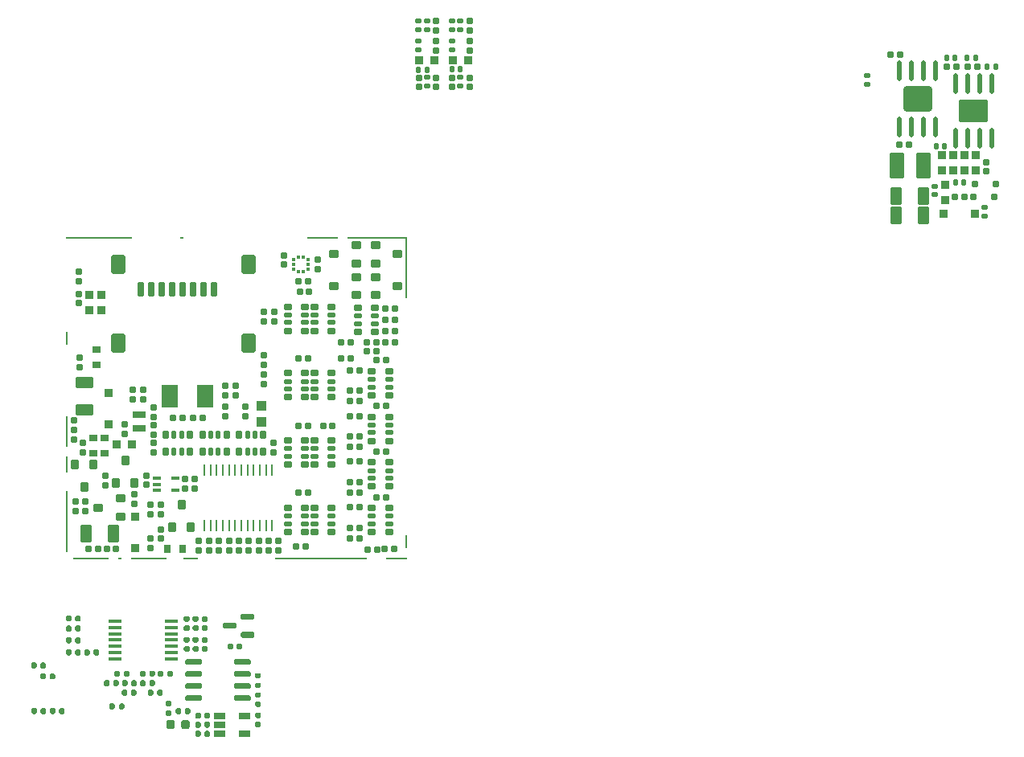
<source format=gbp>
G75*
G70*
%OFA0B0*%
%FSLAX25Y25*%
%IPPOS*%
%LPD*%
%AMOC8*
5,1,8,0,0,1.08239X$1,22.5*
%
%AMM103*
21,1,0.035830,0.026770,-0.000000,0.000000,90.000000*
21,1,0.029130,0.033470,-0.000000,0.000000,90.000000*
1,1,0.006690,0.013390,0.014570*
1,1,0.006690,0.013390,-0.014570*
1,1,0.006690,-0.013390,-0.014570*
1,1,0.006690,-0.013390,0.014570*
%
%AMM104*
21,1,0.070870,0.036220,-0.000000,0.000000,180.000000*
21,1,0.061810,0.045280,-0.000000,0.000000,180.000000*
1,1,0.009060,-0.030910,0.018110*
1,1,0.009060,0.030910,0.018110*
1,1,0.009060,0.030910,-0.018110*
1,1,0.009060,-0.030910,-0.018110*
%
%AMM105*
21,1,0.033470,0.026770,-0.000000,0.000000,90.000000*
21,1,0.026770,0.033470,-0.000000,0.000000,90.000000*
1,1,0.006690,0.013390,0.013390*
1,1,0.006690,0.013390,-0.013390*
1,1,0.006690,-0.013390,-0.013390*
1,1,0.006690,-0.013390,0.013390*
%
%AMM139*
21,1,0.035830,0.026770,-0.000000,-0.000000,180.000000*
21,1,0.029130,0.033470,-0.000000,-0.000000,180.000000*
1,1,0.006690,-0.014570,0.013390*
1,1,0.006690,0.014570,0.013390*
1,1,0.006690,0.014570,-0.013390*
1,1,0.006690,-0.014570,-0.013390*
%
%AMM140*
21,1,0.070870,0.036220,-0.000000,-0.000000,270.000000*
21,1,0.061810,0.045280,-0.000000,-0.000000,270.000000*
1,1,0.009060,-0.018110,-0.030910*
1,1,0.009060,-0.018110,0.030910*
1,1,0.009060,0.018110,0.030910*
1,1,0.009060,0.018110,-0.030910*
%
%AMM143*
21,1,0.023620,0.018900,-0.000000,-0.000000,270.000000*
21,1,0.018900,0.023620,-0.000000,-0.000000,270.000000*
1,1,0.004720,-0.009450,-0.009450*
1,1,0.004720,-0.009450,0.009450*
1,1,0.004720,0.009450,0.009450*
1,1,0.004720,0.009450,-0.009450*
%
%AMM144*
21,1,0.019680,0.019680,-0.000000,-0.000000,180.000000*
21,1,0.015750,0.023620,-0.000000,-0.000000,180.000000*
1,1,0.003940,-0.007870,0.009840*
1,1,0.003940,0.007870,0.009840*
1,1,0.003940,0.007870,-0.009840*
1,1,0.003940,-0.007870,-0.009840*
%
%AMM145*
21,1,0.019680,0.019680,-0.000000,-0.000000,90.000000*
21,1,0.015750,0.023620,-0.000000,-0.000000,90.000000*
1,1,0.003940,0.009840,0.007870*
1,1,0.003940,0.009840,-0.007870*
1,1,0.003940,-0.009840,-0.007870*
1,1,0.003940,-0.009840,0.007870*
%
%AMM159*
21,1,0.106300,0.050390,-0.000000,-0.000000,270.000000*
21,1,0.093700,0.062990,-0.000000,-0.000000,270.000000*
1,1,0.012600,-0.025200,-0.046850*
1,1,0.012600,-0.025200,0.046850*
1,1,0.012600,0.025200,0.046850*
1,1,0.012600,0.025200,-0.046850*
%
%AMM160*
21,1,0.033470,0.026770,-0.000000,-0.000000,90.000000*
21,1,0.026770,0.033470,-0.000000,-0.000000,90.000000*
1,1,0.006690,0.013390,0.013390*
1,1,0.006690,0.013390,-0.013390*
1,1,0.006690,-0.013390,-0.013390*
1,1,0.006690,-0.013390,0.013390*
%
%AMM161*
21,1,0.023620,0.018900,-0.000000,-0.000000,0.000000*
21,1,0.018900,0.023620,-0.000000,-0.000000,0.000000*
1,1,0.004720,0.009450,-0.009450*
1,1,0.004720,-0.009450,-0.009450*
1,1,0.004720,-0.009450,0.009450*
1,1,0.004720,0.009450,0.009450*
%
%AMM162*
21,1,0.122050,0.075590,-0.000000,-0.000000,0.000000*
21,1,0.103150,0.094490,-0.000000,-0.000000,0.000000*
1,1,0.018900,0.051580,-0.037800*
1,1,0.018900,-0.051580,-0.037800*
1,1,0.018900,-0.051580,0.037800*
1,1,0.018900,0.051580,0.037800*
%
%AMM163*
21,1,0.118110,0.083460,-0.000000,-0.000000,180.000000*
21,1,0.097240,0.104330,-0.000000,-0.000000,180.000000*
1,1,0.020870,-0.048620,0.041730*
1,1,0.020870,0.048620,0.041730*
1,1,0.020870,0.048620,-0.041730*
1,1,0.020870,-0.048620,-0.041730*
%
%AMM169*
21,1,0.025590,0.026380,-0.000000,0.000000,0.000000*
21,1,0.020470,0.031500,-0.000000,0.000000,0.000000*
1,1,0.005120,0.010240,-0.013190*
1,1,0.005120,-0.010240,-0.013190*
1,1,0.005120,-0.010240,0.013190*
1,1,0.005120,0.010240,0.013190*
%
%AMM170*
21,1,0.017720,0.027950,-0.000000,0.000000,0.000000*
21,1,0.014170,0.031500,-0.000000,0.000000,0.000000*
1,1,0.003540,0.007090,-0.013980*
1,1,0.003540,-0.007090,-0.013980*
1,1,0.003540,-0.007090,0.013980*
1,1,0.003540,0.007090,0.013980*
%
%AMM173*
21,1,0.027560,0.018900,-0.000000,0.000000,180.000000*
21,1,0.022840,0.023620,-0.000000,0.000000,180.000000*
1,1,0.004720,-0.011420,0.009450*
1,1,0.004720,0.011420,0.009450*
1,1,0.004720,0.011420,-0.009450*
1,1,0.004720,-0.011420,-0.009450*
%
%AMM175*
21,1,0.027560,0.018900,-0.000000,0.000000,270.000000*
21,1,0.022840,0.023620,-0.000000,0.000000,270.000000*
1,1,0.004720,-0.009450,-0.011420*
1,1,0.004720,-0.009450,0.011420*
1,1,0.004720,0.009450,0.011420*
1,1,0.004720,0.009450,-0.011420*
%
%AMM177*
21,1,0.035430,0.030320,-0.000000,0.000000,0.000000*
21,1,0.028350,0.037400,-0.000000,0.000000,0.000000*
1,1,0.007090,0.014170,-0.015160*
1,1,0.007090,-0.014170,-0.015160*
1,1,0.007090,-0.014170,0.015160*
1,1,0.007090,0.014170,0.015160*
%
%AMM180*
21,1,0.027560,0.030710,-0.000000,0.000000,90.000000*
21,1,0.022050,0.036220,-0.000000,0.000000,90.000000*
1,1,0.005510,0.015350,0.011020*
1,1,0.005510,0.015350,-0.011020*
1,1,0.005510,-0.015350,-0.011020*
1,1,0.005510,-0.015350,0.011020*
%
%AMM201*
21,1,0.033470,0.026770,-0.000000,0.000000,180.000000*
21,1,0.026770,0.033470,-0.000000,0.000000,180.000000*
1,1,0.006690,-0.013390,0.013390*
1,1,0.006690,0.013390,0.013390*
1,1,0.006690,0.013390,-0.013390*
1,1,0.006690,-0.013390,-0.013390*
%
%AMM202*
21,1,0.025590,0.026380,-0.000000,0.000000,90.000000*
21,1,0.020470,0.031500,-0.000000,0.000000,90.000000*
1,1,0.005120,0.013190,0.010240*
1,1,0.005120,0.013190,-0.010240*
1,1,0.005120,-0.013190,-0.010240*
1,1,0.005120,-0.013190,0.010240*
%
%AMM203*
21,1,0.017720,0.027950,-0.000000,0.000000,90.000000*
21,1,0.014170,0.031500,-0.000000,0.000000,90.000000*
1,1,0.003540,0.013980,0.007090*
1,1,0.003540,0.013980,-0.007090*
1,1,0.003540,-0.013980,-0.007090*
1,1,0.003540,-0.013980,0.007090*
%
%AMM204*
21,1,0.078740,0.045670,-0.000000,0.000000,270.000000*
21,1,0.067320,0.057090,-0.000000,0.000000,270.000000*
1,1,0.011420,-0.022840,-0.033660*
1,1,0.011420,-0.022840,0.033660*
1,1,0.011420,0.022840,0.033660*
1,1,0.011420,0.022840,-0.033660*
%
%AMM205*
21,1,0.059060,0.020470,-0.000000,0.000000,270.000000*
21,1,0.053940,0.025590,-0.000000,0.000000,270.000000*
1,1,0.005120,-0.010240,-0.026970*
1,1,0.005120,-0.010240,0.026970*
1,1,0.005120,0.010240,0.026970*
1,1,0.005120,0.010240,-0.026970*
%
%AMM206*
21,1,0.035430,0.030320,-0.000000,0.000000,270.000000*
21,1,0.028350,0.037400,-0.000000,0.000000,270.000000*
1,1,0.007090,-0.015160,-0.014170*
1,1,0.007090,-0.015160,0.014170*
1,1,0.007090,0.015160,0.014170*
1,1,0.007090,0.015160,-0.014170*
%
%AMM207*
21,1,0.012600,0.028980,-0.000000,0.000000,270.000000*
21,1,0.010080,0.031500,-0.000000,0.000000,270.000000*
1,1,0.002520,-0.014490,-0.005040*
1,1,0.002520,-0.014490,0.005040*
1,1,0.002520,0.014490,0.005040*
1,1,0.002520,0.014490,-0.005040*
%
%AMM208*
21,1,0.070870,0.036220,-0.000000,0.000000,90.000000*
21,1,0.061810,0.045280,-0.000000,0.000000,90.000000*
1,1,0.009060,0.018110,0.030910*
1,1,0.009060,0.018110,-0.030910*
1,1,0.009060,-0.018110,-0.030910*
1,1,0.009060,-0.018110,0.030910*
%
%AMM209*
21,1,0.027560,0.049610,-0.000000,0.000000,90.000000*
21,1,0.022050,0.055120,-0.000000,0.000000,90.000000*
1,1,0.005510,0.024800,0.011020*
1,1,0.005510,0.024800,-0.011020*
1,1,0.005510,-0.024800,-0.011020*
1,1,0.005510,-0.024800,0.011020*
%
%AMM210*
21,1,0.027560,0.030710,-0.000000,0.000000,180.000000*
21,1,0.022050,0.036220,-0.000000,0.000000,180.000000*
1,1,0.005510,-0.011020,0.015350*
1,1,0.005510,0.011020,0.015350*
1,1,0.005510,0.011020,-0.015350*
1,1,0.005510,-0.011020,-0.015350*
%
%AMM229*
21,1,0.023620,0.018900,0.000000,-0.000000,90.000000*
21,1,0.018900,0.023620,0.000000,-0.000000,90.000000*
1,1,0.004720,0.009450,0.009450*
1,1,0.004720,0.009450,-0.009450*
1,1,0.004720,-0.009450,-0.009450*
1,1,0.004720,-0.009450,0.009450*
%
%AMM230*
21,1,0.019680,0.019680,0.000000,-0.000000,180.000000*
21,1,0.015750,0.023620,0.000000,-0.000000,180.000000*
1,1,0.003940,-0.007870,0.009840*
1,1,0.003940,0.007870,0.009840*
1,1,0.003940,0.007870,-0.009840*
1,1,0.003940,-0.007870,-0.009840*
%
%AMM231*
21,1,0.033470,0.026770,0.000000,-0.000000,180.000000*
21,1,0.026770,0.033470,0.000000,-0.000000,180.000000*
1,1,0.006690,-0.013390,0.013390*
1,1,0.006690,0.013390,0.013390*
1,1,0.006690,0.013390,-0.013390*
1,1,0.006690,-0.013390,-0.013390*
%
%AMM232*
21,1,0.019680,0.019680,0.000000,-0.000000,270.000000*
21,1,0.015750,0.023620,0.000000,-0.000000,270.000000*
1,1,0.003940,-0.009840,-0.007870*
1,1,0.003940,-0.009840,0.007870*
1,1,0.003940,0.009840,0.007870*
1,1,0.003940,0.009840,-0.007870*
%
%ADD120O,0.01968X0.08661*%
%ADD200R,0.01378X0.01476*%
%ADD206R,0.01476X0.01378*%
%ADD237R,0.05709X0.01772*%
%ADD238R,0.04803X0.02559*%
%ADD268M103*%
%ADD269M104*%
%ADD270M105*%
%ADD315M139*%
%ADD316M140*%
%ADD319M143*%
%ADD320M144*%
%ADD321M145*%
%ADD335M159*%
%ADD336M160*%
%ADD337M161*%
%ADD338M162*%
%ADD339M163*%
%ADD345M169*%
%ADD346M170*%
%ADD350M173*%
%ADD352M175*%
%ADD354M177*%
%ADD357M180*%
%ADD38R,0.14567X0.00787*%
%ADD380M201*%
%ADD381M202*%
%ADD382M203*%
%ADD383M204*%
%ADD384M205*%
%ADD385M206*%
%ADD386M207*%
%ADD387O,0.00984X0.04961*%
%ADD388M208*%
%ADD389R,0.06693X0.09449*%
%ADD39R,0.01575X0.00787*%
%ADD390M209*%
%ADD391R,0.04331X0.03937*%
%ADD392M210*%
%ADD40R,0.06299X0.00787*%
%ADD41R,0.38189X0.00787*%
%ADD42R,0.09055X0.00787*%
%ADD43R,0.00787X0.05512*%
%ADD430M229*%
%ADD431M230*%
%ADD432M231*%
%ADD433M232*%
%ADD44R,0.00787X0.25197*%
%ADD45R,0.00787X0.06693*%
%ADD46R,0.00787X0.12992*%
%ADD47R,0.27559X0.00787*%
%ADD48R,0.12992X0.00787*%
%ADD49R,0.24803X0.00787*%
X0000000Y0000000D02*
%LPD*%
G01*
X0600012Y0330500D02*
G01*
G75*
D315*
X0570097Y0254122D02*
D03*
X0583089Y0254122D02*
D03*
D316*
X0550237Y0253728D02*
D03*
X0561654Y0253728D02*
D03*
X0550237Y0261760D02*
D03*
X0561654Y0261760D02*
D03*
D319*
X0587610Y0275776D02*
D03*
X0587610Y0271839D02*
D03*
X0590957Y0261209D02*
D03*
X0582295Y0261209D02*
D03*
X0591744Y0266457D02*
D03*
X0583083Y0266457D02*
D03*
D320*
X0579857Y0319083D02*
D03*
X0583401Y0319083D02*
D03*
X0570466Y0282350D02*
D03*
X0566922Y0282350D02*
D03*
X0578463Y0267245D02*
D03*
X0574920Y0267245D02*
D03*
X0571239Y0319083D02*
D03*
X0574782Y0319083D02*
D03*
X0591744Y0315146D02*
D03*
X0588201Y0315146D02*
D03*
D321*
X0566259Y0265670D02*
D03*
X0566259Y0262126D02*
D03*
X0587026Y0253268D02*
D03*
X0587026Y0256812D02*
D03*
X0538262Y0311585D02*
D03*
X0538262Y0308041D02*
D03*
D335*
X0550799Y0274201D02*
D03*
X0561823Y0274201D02*
D03*
D336*
X0583477Y0278524D02*
D03*
X0583477Y0272304D02*
D03*
X0569383Y0278524D02*
D03*
X0569383Y0272304D02*
D03*
X0574074Y0278524D02*
D03*
X0574074Y0272304D02*
D03*
X0578766Y0278524D02*
D03*
X0578766Y0272304D02*
D03*
X0570564Y0266280D02*
D03*
X0570564Y0260059D02*
D03*
D337*
X0580054Y0315146D02*
D03*
X0583991Y0315146D02*
D03*
X0575373Y0315146D02*
D03*
X0571436Y0315146D02*
D03*
X0578660Y0261209D02*
D03*
X0574723Y0261209D02*
D03*
X0555727Y0282823D02*
D03*
X0551790Y0282823D02*
D03*
X0547951Y0320264D02*
D03*
X0551889Y0320264D02*
D03*
D120*
X0574940Y0308386D02*
D03*
X0579940Y0308386D02*
D03*
X0584940Y0308386D02*
D03*
X0589940Y0308386D02*
D03*
X0574940Y0285749D02*
D03*
X0579940Y0285749D02*
D03*
X0584940Y0285749D02*
D03*
X0589940Y0285749D02*
D03*
X0551873Y0313669D02*
D03*
X0556873Y0313669D02*
D03*
X0561873Y0313669D02*
D03*
X0566873Y0313669D02*
D03*
X0551873Y0290244D02*
D03*
X0556873Y0290244D02*
D03*
X0561873Y0290244D02*
D03*
X0566873Y0290244D02*
D03*
D338*
X0582440Y0297068D02*
D03*
D339*
X0559373Y0301957D02*
D03*
X0347933Y0110728D02*
G01*
G75*
D46*
X0206594Y0164075D02*
D03*
D45*
X0206594Y0150295D02*
D03*
D48*
X0312697Y0244193D02*
D03*
D43*
X0206594Y0202460D02*
D03*
X0347539Y0118208D02*
D03*
D44*
X0347539Y0231988D02*
D03*
X0206594Y0126476D02*
D03*
D41*
X0311909Y0111122D02*
D03*
D42*
X0343405Y0111122D02*
D03*
D40*
X0258169Y0111122D02*
D03*
D49*
X0335531Y0244193D02*
D03*
D47*
X0219980Y0244193D02*
D03*
D38*
X0240650Y0111122D02*
D03*
X0216634Y0111122D02*
D03*
D39*
X0228642Y0111122D02*
D03*
X0254232Y0244193D02*
D03*
D345*
X0262894Y0162697D02*
D03*
X0288189Y0162697D02*
D03*
X0272933Y0162697D02*
D03*
X0278149Y0162697D02*
D03*
X0247638Y0155610D02*
D03*
X0247638Y0162697D02*
D03*
X0257677Y0162697D02*
D03*
X0257677Y0155610D02*
D03*
X0288189Y0155610D02*
D03*
X0278149Y0155610D02*
D03*
X0272933Y0155610D02*
D03*
X0262894Y0155610D02*
D03*
D346*
X0266339Y0162697D02*
D03*
X0281594Y0162697D02*
D03*
X0269488Y0162697D02*
D03*
X0284744Y0162697D02*
D03*
X0254232Y0162697D02*
D03*
X0251083Y0162697D02*
D03*
X0251083Y0155610D02*
D03*
X0254232Y0155610D02*
D03*
X0281594Y0155610D02*
D03*
X0284744Y0155610D02*
D03*
X0266339Y0155610D02*
D03*
X0269488Y0155610D02*
D03*
D350*
X0209744Y0164665D02*
D03*
X0209744Y0160728D02*
D03*
X0213287Y0159153D02*
D03*
X0213287Y0155216D02*
D03*
X0230610Y0167027D02*
D03*
X0230610Y0163090D02*
D03*
X0288312Y0195680D02*
D03*
X0288312Y0191743D02*
D03*
X0288312Y0187484D02*
D03*
X0288312Y0183547D02*
D03*
X0255845Y0144162D02*
D03*
X0255845Y0140225D02*
D03*
X0259568Y0144162D02*
D03*
X0259568Y0140225D02*
D03*
X0222736Y0141746D02*
D03*
X0222736Y0145683D02*
D03*
X0211803Y0230380D02*
D03*
X0212042Y0194632D02*
D03*
X0288312Y0209547D02*
D03*
X0234154Y0177263D02*
D03*
X0238484Y0177263D02*
D03*
X0242703Y0173833D02*
D03*
X0242648Y0162556D02*
D03*
X0272308Y0182972D02*
D03*
X0272308Y0174183D02*
D03*
X0280793Y0170246D02*
D03*
X0310659Y0235163D02*
D03*
X0292815Y0209547D02*
D03*
X0209744Y0168602D02*
D03*
X0242739Y0155216D02*
D03*
X0241341Y0133563D02*
D03*
X0241341Y0119498D02*
D03*
X0245571Y0133563D02*
D03*
X0245571Y0119498D02*
D03*
X0292479Y0159201D02*
D03*
X0294390Y0114665D02*
D03*
X0234154Y0181200D02*
D03*
X0272308Y0170246D02*
D03*
X0272308Y0179035D02*
D03*
X0276796Y0179035D02*
D03*
X0276796Y0182972D02*
D03*
X0296752Y0237106D02*
D03*
X0296752Y0233169D02*
D03*
X0310659Y0231226D02*
D03*
X0239835Y0145781D02*
D03*
X0239835Y0141844D02*
D03*
X0241341Y0115560D02*
D03*
X0242739Y0159153D02*
D03*
X0280793Y0174183D02*
D03*
X0242648Y0166493D02*
D03*
X0242703Y0169896D02*
D03*
X0245571Y0129626D02*
D03*
X0292479Y0155264D02*
D03*
X0294390Y0118602D02*
D03*
X0212042Y0190695D02*
D03*
X0209744Y0164665D02*
D03*
X0234768Y0137893D02*
D03*
X0234768Y0133956D02*
D03*
X0241341Y0129626D02*
D03*
X0292815Y0213484D02*
D03*
X0288312Y0213484D02*
D03*
X0238484Y0181200D02*
D03*
X0211803Y0226443D02*
D03*
X0211803Y0217127D02*
D03*
X0211803Y0221064D02*
D03*
X0245571Y0123435D02*
D03*
X0290453Y0114665D02*
D03*
X0290453Y0118602D02*
D03*
X0278051Y0114665D02*
D03*
X0278051Y0118602D02*
D03*
X0273917Y0114665D02*
D03*
X0273917Y0118602D02*
D03*
X0265649Y0114665D02*
D03*
X0265649Y0118602D02*
D03*
X0269783Y0114665D02*
D03*
X0269783Y0118602D02*
D03*
X0261516Y0114665D02*
D03*
X0261516Y0118602D02*
D03*
X0282185Y0114665D02*
D03*
X0282185Y0118602D02*
D03*
X0286319Y0114665D02*
D03*
X0286319Y0118602D02*
D03*
D352*
X0258957Y0169655D02*
D03*
X0254724Y0169655D02*
D03*
X0342815Y0215059D02*
D03*
X0342815Y0210334D02*
D03*
X0342815Y0205610D02*
D03*
X0342815Y0200886D02*
D03*
X0214468Y0130807D02*
D03*
X0214468Y0134941D02*
D03*
X0306689Y0226121D02*
D03*
X0302752Y0226121D02*
D03*
X0215650Y0115192D02*
D03*
X0219586Y0115192D02*
D03*
X0250787Y0169655D02*
D03*
X0262894Y0169655D02*
D03*
X0307185Y0221949D02*
D03*
X0303248Y0221949D02*
D03*
X0334961Y0197176D02*
D03*
X0331024Y0197176D02*
D03*
X0331024Y0200886D02*
D03*
X0334961Y0200886D02*
D03*
X0320374Y0200886D02*
D03*
X0324311Y0200886D02*
D03*
X0338878Y0200886D02*
D03*
X0338878Y0205610D02*
D03*
X0338878Y0215059D02*
D03*
X0338878Y0210334D02*
D03*
X0305684Y0116227D02*
D03*
X0301747Y0116227D02*
D03*
X0302657Y0166437D02*
D03*
X0306594Y0166437D02*
D03*
X0312894Y0166437D02*
D03*
X0316831Y0166437D02*
D03*
X0302657Y0138484D02*
D03*
X0306594Y0138484D02*
D03*
X0328051Y0161909D02*
D03*
X0324114Y0161909D02*
D03*
X0328051Y0132579D02*
D03*
X0324114Y0132579D02*
D03*
X0328051Y0119783D02*
D03*
X0324114Y0119783D02*
D03*
X0334961Y0136675D02*
D03*
X0338898Y0136675D02*
D03*
X0335335Y0115059D02*
D03*
X0331398Y0115059D02*
D03*
X0338484Y0115256D02*
D03*
X0342421Y0115256D02*
D03*
X0227176Y0115192D02*
D03*
X0223239Y0115192D02*
D03*
X0210531Y0130807D02*
D03*
X0210531Y0134941D02*
D03*
X0324114Y0138681D02*
D03*
X0328051Y0138681D02*
D03*
X0324114Y0143011D02*
D03*
X0328051Y0143011D02*
D03*
X0324114Y0151476D02*
D03*
X0328051Y0151476D02*
D03*
X0338898Y0155642D02*
D03*
X0334961Y0155642D02*
D03*
X0306594Y0194389D02*
D03*
X0302657Y0194389D02*
D03*
X0324114Y0124114D02*
D03*
X0328051Y0124114D02*
D03*
X0338898Y0174485D02*
D03*
X0334961Y0174485D02*
D03*
X0324114Y0170374D02*
D03*
X0328051Y0170374D02*
D03*
X0324114Y0157579D02*
D03*
X0328051Y0157579D02*
D03*
X0338898Y0193465D02*
D03*
X0334961Y0193465D02*
D03*
X0324114Y0189272D02*
D03*
X0328051Y0189272D02*
D03*
X0324114Y0180807D02*
D03*
X0328051Y0180807D02*
D03*
X0324114Y0176476D02*
D03*
X0328051Y0176476D02*
D03*
X0320374Y0194253D02*
D03*
X0324311Y0194253D02*
D03*
D354*
X0217677Y0150285D02*
D03*
X0227152Y0142545D02*
D03*
X0250522Y0124212D02*
D03*
D357*
X0219094Y0197933D02*
D03*
X0219094Y0191633D02*
D03*
X0217716Y0161319D02*
D03*
X0217716Y0155019D02*
D03*
X0222342Y0161319D02*
D03*
X0222342Y0155019D02*
D03*
D354*
X0254263Y0133464D02*
D03*
X0234632Y0142545D02*
D03*
X0230892Y0151797D02*
D03*
X0210197Y0150285D02*
D03*
X0213937Y0141033D02*
D03*
X0258003Y0124212D02*
D03*
D380*
X0227539Y0158759D02*
D03*
X0233760Y0158759D02*
D03*
D381*
X0298327Y0188189D02*
D03*
X0305413Y0188189D02*
D03*
X0305413Y0178149D02*
D03*
X0298327Y0178149D02*
D03*
X0305413Y0160236D02*
D03*
X0305413Y0132283D02*
D03*
X0309350Y0150197D02*
D03*
X0334547Y0205315D02*
D03*
X0327461Y0205315D02*
D03*
X0327461Y0215354D02*
D03*
X0334547Y0215354D02*
D03*
X0316437Y0122244D02*
D03*
X0309350Y0122244D02*
D03*
X0309350Y0132283D02*
D03*
X0316437Y0132283D02*
D03*
X0298327Y0132283D02*
D03*
X0305413Y0122244D02*
D03*
X0298327Y0122244D02*
D03*
X0316437Y0150197D02*
D03*
X0309350Y0160236D02*
D03*
X0316437Y0160236D02*
D03*
X0298327Y0160236D02*
D03*
X0305413Y0150197D02*
D03*
X0298327Y0150197D02*
D03*
X0340256Y0151181D02*
D03*
X0333169Y0151181D02*
D03*
X0333169Y0141141D02*
D03*
X0340256Y0141141D02*
D03*
X0340256Y0132283D02*
D03*
X0333169Y0132283D02*
D03*
X0333169Y0122244D02*
D03*
X0340256Y0122244D02*
D03*
X0340256Y0170079D02*
D03*
X0333169Y0170079D02*
D03*
X0333169Y0160039D02*
D03*
X0340256Y0160039D02*
D03*
X0340256Y0188976D02*
D03*
X0333169Y0188976D02*
D03*
X0333169Y0178937D02*
D03*
X0340256Y0178937D02*
D03*
X0316437Y0188189D02*
D03*
X0309350Y0188189D02*
D03*
X0309350Y0178149D02*
D03*
X0316437Y0178149D02*
D03*
X0316437Y0215748D02*
D03*
X0309350Y0215748D02*
D03*
X0309350Y0205708D02*
D03*
X0316437Y0205708D02*
D03*
X0298327Y0205708D02*
D03*
X0305413Y0205708D02*
D03*
X0305413Y0215748D02*
D03*
X0298327Y0215748D02*
D03*
D382*
X0305413Y0181594D02*
D03*
X0305413Y0184744D02*
D03*
X0298327Y0184744D02*
D03*
X0298327Y0181594D02*
D03*
X0305413Y0156791D02*
D03*
X0305413Y0128838D02*
D03*
X0309350Y0153641D02*
D03*
X0327461Y0211909D02*
D03*
X0327461Y0208760D02*
D03*
X0334547Y0208760D02*
D03*
X0334547Y0211909D02*
D03*
X0309350Y0128838D02*
D03*
X0309350Y0125689D02*
D03*
X0316437Y0125689D02*
D03*
X0316437Y0128838D02*
D03*
X0305413Y0125689D02*
D03*
X0298327Y0128838D02*
D03*
X0298327Y0125689D02*
D03*
X0309350Y0156791D02*
D03*
X0316437Y0153641D02*
D03*
X0316437Y0156791D02*
D03*
X0305413Y0153642D02*
D03*
X0298327Y0156791D02*
D03*
X0298327Y0153642D02*
D03*
X0340256Y0147736D02*
D03*
X0340256Y0144586D02*
D03*
X0333169Y0144586D02*
D03*
X0333169Y0147736D02*
D03*
X0340256Y0128839D02*
D03*
X0340256Y0125689D02*
D03*
X0333169Y0125689D02*
D03*
X0333169Y0128839D02*
D03*
X0340256Y0166634D02*
D03*
X0340256Y0163484D02*
D03*
X0333169Y0163484D02*
D03*
X0333169Y0166634D02*
D03*
X0340256Y0185531D02*
D03*
X0340256Y0182382D02*
D03*
X0333169Y0182382D02*
D03*
X0333169Y0185531D02*
D03*
X0316437Y0184744D02*
D03*
X0316437Y0181594D02*
D03*
X0309350Y0181594D02*
D03*
X0309350Y0184744D02*
D03*
X0316437Y0212303D02*
D03*
X0316437Y0209153D02*
D03*
X0309350Y0209153D02*
D03*
X0309350Y0212303D02*
D03*
X0298327Y0209153D02*
D03*
X0298327Y0212303D02*
D03*
X0305413Y0212303D02*
D03*
X0305413Y0209153D02*
D03*
D270*
X0221063Y0220531D02*
D03*
X0216073Y0220531D02*
D03*
X0216073Y0214311D02*
D03*
X0221063Y0214311D02*
D03*
D383*
X0227953Y0233169D02*
D03*
X0227953Y0200492D02*
D03*
X0282086Y0233169D02*
D03*
X0282086Y0200492D02*
D03*
D384*
X0245984Y0222933D02*
D03*
X0237323Y0222933D02*
D03*
X0241653Y0222933D02*
D03*
X0250315Y0222933D02*
D03*
X0254646Y0222933D02*
D03*
X0258976Y0222933D02*
D03*
X0263307Y0222933D02*
D03*
X0267638Y0222933D02*
D03*
D385*
X0326594Y0241240D02*
D03*
X0326594Y0228036D02*
D03*
X0334626Y0233759D02*
D03*
X0334626Y0220556D02*
D03*
X0317342Y0237500D02*
D03*
X0317342Y0224296D02*
D03*
X0343878Y0224296D02*
D03*
X0228957Y0136122D02*
D03*
X0219705Y0132382D02*
D03*
X0343878Y0237500D02*
D03*
D206*
X0300821Y0235163D02*
D03*
X0300821Y0231226D02*
D03*
X0306825Y0235163D02*
D03*
X0306825Y0233195D02*
D03*
X0300821Y0233195D02*
D03*
X0306825Y0231226D02*
D03*
D386*
X0244173Y0144598D02*
D03*
X0244173Y0139480D02*
D03*
X0244173Y0142039D02*
D03*
X0251654Y0144598D02*
D03*
X0251654Y0139480D02*
D03*
D387*
X0263681Y0147815D02*
D03*
X0266240Y0124823D02*
D03*
X0263681Y0124823D02*
D03*
X0286712Y0147815D02*
D03*
X0289271Y0124823D02*
D03*
X0291831Y0124823D02*
D03*
X0286712Y0124823D02*
D03*
X0284153Y0124823D02*
D03*
X0281594Y0124823D02*
D03*
X0279035Y0124823D02*
D03*
X0276476Y0124823D02*
D03*
X0273917Y0124823D02*
D03*
X0271358Y0124823D02*
D03*
X0268799Y0124823D02*
D03*
X0291831Y0147815D02*
D03*
X0289271Y0147815D02*
D03*
X0284153Y0147815D02*
D03*
X0281594Y0147815D02*
D03*
X0279035Y0147815D02*
D03*
X0276476Y0147815D02*
D03*
X0273917Y0147815D02*
D03*
X0271358Y0147815D02*
D03*
X0268799Y0147815D02*
D03*
X0266240Y0147815D02*
D03*
D388*
X0226094Y0121752D02*
D03*
X0214676Y0121752D02*
D03*
D268*
X0223959Y0179842D02*
D03*
X0223959Y0166850D02*
D03*
X0235159Y0115765D02*
D03*
X0235159Y0128757D02*
D03*
D389*
X0249364Y0178617D02*
D03*
X0263931Y0178617D02*
D03*
D200*
X0304807Y0230193D02*
D03*
X0302839Y0230193D02*
D03*
X0302839Y0236197D02*
D03*
X0304807Y0236197D02*
D03*
D390*
X0236841Y0165206D02*
D03*
X0236841Y0171111D02*
D03*
D385*
X0326594Y0233759D02*
D03*
X0326594Y0220556D02*
D03*
X0334626Y0228036D02*
D03*
X0228957Y0128641D02*
D03*
X0334626Y0241240D02*
D03*
D391*
X0287500Y0168009D02*
D03*
X0287500Y0174702D02*
D03*
D269*
X0213963Y0184370D02*
D03*
X0213963Y0172953D02*
D03*
D392*
X0248327Y0115453D02*
D03*
X0254626Y0115453D02*
D03*
X0292224Y0090256D02*
%LPD*%
G01*
G36*
G01*
X0212519Y0082897D02*
X0212519Y0081539D01*
G75*
G02*
X0211939Y0080958I-000581J0000000D01*
G01*
X0210777Y0080958D01*
G75*
G02*
X0210196Y0081539I0000000J0000581D01*
G01*
X0210196Y0082897D01*
G75*
G02*
X0210777Y0083478I0000581J0000000D01*
G01*
X0211939Y0083478D01*
G75*
G02*
X0212519Y0082897I0000000J-000581D01*
G01*
G37*
G36*
G01*
X0208700Y0082897D02*
X0208700Y0081539D01*
G75*
G02*
X0208120Y0080958I-000581J0000000D01*
G01*
X0206958Y0080958D01*
G75*
G02*
X0206378Y0081539I0000000J0000581D01*
G01*
X0206378Y0082897D01*
G75*
G02*
X0206958Y0083478I0000581J0000000D01*
G01*
X0208120Y0083478D01*
G75*
G02*
X0208700Y0082897I0000000J-000581D01*
G01*
G37*
G36*
G01*
X0198051Y0067608D02*
X0198051Y0066250D01*
G75*
G02*
X0197470Y0065669I-000581J0000000D01*
G01*
X0196309Y0065669D01*
G75*
G02*
X0195728Y0066250I0000000J0000581D01*
G01*
X0195728Y0067608D01*
G75*
G02*
X0196309Y0068189I0000581J0000000D01*
G01*
X0197470Y0068189D01*
G75*
G02*
X0198051Y0067608I0000000J-000581D01*
G01*
G37*
G36*
G01*
X0194232Y0067608D02*
X0194232Y0066250D01*
G75*
G02*
X0193651Y0065669I-000581J0000000D01*
G01*
X0192490Y0065669D01*
G75*
G02*
X0191909Y0066250I0000000J0000581D01*
G01*
X0191909Y0067608D01*
G75*
G02*
X0192490Y0068189I0000581J0000000D01*
G01*
X0193651Y0068189D01*
G75*
G02*
X0194232Y0067608I0000000J-000581D01*
G01*
G37*
G36*
G01*
X0247933Y0041412D02*
X0247933Y0043430D01*
G75*
G02*
X0248794Y0044291I0000861J0000000D01*
G01*
X0250516Y0044291D01*
G75*
G02*
X0251378Y0043430I0000000J-000861D01*
G01*
X0251378Y0041412D01*
G75*
G02*
X0250516Y0040551I-000861J0000000D01*
G01*
X0248794Y0040551D01*
G75*
G02*
X0247933Y0041412I0000000J0000861D01*
G01*
G37*
G36*
G01*
X0254133Y0041412D02*
X0254133Y0043430D01*
G75*
G02*
X0254995Y0044291I0000861J0000000D01*
G01*
X0256717Y0044291D01*
G75*
G02*
X0257578Y0043430I0000000J-000861D01*
G01*
X0257578Y0041412D01*
G75*
G02*
X0256717Y0040551I-000861J0000000D01*
G01*
X0254995Y0040551D01*
G75*
G02*
X0254133Y0041412I0000000J0000861D01*
G01*
G37*
G36*
G01*
X0206378Y0085738D02*
X0206378Y0087097D01*
G75*
G02*
X0206958Y0087677I0000581J0000000D01*
G01*
X0208120Y0087677D01*
G75*
G02*
X0208700Y0087097I0000000J-000581D01*
G01*
X0208700Y0085738D01*
G75*
G02*
X0208120Y0085158I-000581J0000000D01*
G01*
X0206958Y0085158D01*
G75*
G02*
X0206378Y0085738I0000000J0000581D01*
G01*
G37*
G36*
G01*
X0210196Y0085738D02*
X0210196Y0087097D01*
G75*
G02*
X0210777Y0087677I0000581J0000000D01*
G01*
X0211939Y0087677D01*
G75*
G02*
X0212519Y0087097I0000000J-000581D01*
G01*
X0212519Y0085738D01*
G75*
G02*
X0211939Y0085158I-000581J0000000D01*
G01*
X0210777Y0085158D01*
G75*
G02*
X0210196Y0085738I0000000J0000581D01*
G01*
G37*
G36*
G01*
X0266079Y0046742D02*
X0266079Y0045384D01*
G75*
G02*
X0265499Y0044803I-000581J0000000D01*
G01*
X0264337Y0044803D01*
G75*
G02*
X0263757Y0045384I0000000J0000581D01*
G01*
X0263757Y0046742D01*
G75*
G02*
X0264337Y0047323I0000581J0000000D01*
G01*
X0265499Y0047323D01*
G75*
G02*
X0266079Y0046742I0000000J-000581D01*
G01*
G37*
G36*
G01*
X0262261Y0046742D02*
X0262261Y0045384D01*
G75*
G02*
X0261680Y0044803I-000581J0000000D01*
G01*
X0260518Y0044803D01*
G75*
G02*
X0259938Y0045384I0000000J0000581D01*
G01*
X0259938Y0046742D01*
G75*
G02*
X0260518Y0047323I0000581J0000000D01*
G01*
X0261680Y0047323D01*
G75*
G02*
X0262261Y0046742I0000000J-000581D01*
G01*
G37*
G36*
G01*
X0257992Y0048612D02*
X0257992Y0047254D01*
G75*
G02*
X0257411Y0046673I-000581J0000000D01*
G01*
X0256250Y0046673D01*
G75*
G02*
X0255669Y0047254I0000000J0000581D01*
G01*
X0255669Y0048612D01*
G75*
G02*
X0256250Y0049193I0000581J0000000D01*
G01*
X0257411Y0049193D01*
G75*
G02*
X0257992Y0048612I0000000J-000581D01*
G01*
G37*
G36*
G01*
X0254173Y0048612D02*
X0254173Y0047254D01*
G75*
G02*
X0253592Y0046673I-000581J0000000D01*
G01*
X0252431Y0046673D01*
G75*
G02*
X0251850Y0047254I0000000J0000581D01*
G01*
X0251850Y0048612D01*
G75*
G02*
X0252431Y0049193I0000581J0000000D01*
G01*
X0253592Y0049193D01*
G75*
G02*
X0254173Y0048612I0000000J-000581D01*
G01*
G37*
G36*
G01*
X0286604Y0041280D02*
X0285246Y0041280D01*
G75*
G02*
X0284665Y0041860I0000000J0000581D01*
G01*
X0284665Y0043022D01*
G75*
G02*
X0285246Y0043602I0000581J0000000D01*
G01*
X0286604Y0043602D01*
G75*
G02*
X0287185Y0043022I0000000J-000581D01*
G01*
X0287185Y0041860D01*
G75*
G02*
X0286604Y0041280I-000581J0000000D01*
G01*
G37*
G36*
G01*
X0286604Y0045099D02*
X0285246Y0045099D01*
G75*
G02*
X0284665Y0045679I0000000J0000581D01*
G01*
X0284665Y0046841D01*
G75*
G02*
X0285246Y0047421I0000581J0000000D01*
G01*
X0286604Y0047421D01*
G75*
G02*
X0287185Y0046841I0000000J-000581D01*
G01*
X0287185Y0045679D01*
G75*
G02*
X0286604Y0045099I-000581J0000000D01*
G01*
G37*
G36*
G01*
X0237086Y0058868D02*
X0237086Y0060226D01*
G75*
G02*
X0237667Y0060807I0000581J0000000D01*
G01*
X0238828Y0060807D01*
G75*
G02*
X0239409Y0060226I0000000J-000581D01*
G01*
X0239409Y0058868D01*
G75*
G02*
X0238828Y0058287I-000581J0000000D01*
G01*
X0237667Y0058287D01*
G75*
G02*
X0237086Y0058868I0000000J0000581D01*
G01*
G37*
G36*
G01*
X0240905Y0058868D02*
X0240905Y0060226D01*
G75*
G02*
X0241486Y0060807I0000581J0000000D01*
G01*
X0242647Y0060807D01*
G75*
G02*
X0243228Y0060226I0000000J-000581D01*
G01*
X0243228Y0058868D01*
G75*
G02*
X0242647Y0058287I-000581J0000000D01*
G01*
X0241486Y0058287D01*
G75*
G02*
X0240905Y0058868I0000000J0000581D01*
G01*
G37*
G36*
G01*
X0243228Y0064163D02*
X0243228Y0062805D01*
G75*
G02*
X0242647Y0062225I-000581J0000000D01*
G01*
X0241486Y0062225D01*
G75*
G02*
X0240905Y0062805I0000000J0000581D01*
G01*
X0240905Y0064163D01*
G75*
G02*
X0241486Y0064744I0000581J0000000D01*
G01*
X0242647Y0064744D01*
G75*
G02*
X0243228Y0064163I0000000J-000581D01*
G01*
G37*
G36*
G01*
X0239409Y0064163D02*
X0239409Y0062805D01*
G75*
G02*
X0238828Y0062225I-000581J0000000D01*
G01*
X0237667Y0062225D01*
G75*
G02*
X0237086Y0062805I0000000J0000581D01*
G01*
X0237086Y0064163D01*
G75*
G02*
X0237667Y0064744I0000581J0000000D01*
G01*
X0238828Y0064744D01*
G75*
G02*
X0239409Y0064163I0000000J-000581D01*
G01*
G37*
G36*
G01*
X0195748Y0061723D02*
X0195748Y0063081D01*
G75*
G02*
X0196328Y0063662I0000581J0000000D01*
G01*
X0197490Y0063662D01*
G75*
G02*
X0198070Y0063081I0000000J-000581D01*
G01*
X0198070Y0061723D01*
G75*
G02*
X0197490Y0061142I-000581J0000000D01*
G01*
X0196328Y0061142D01*
G75*
G02*
X0195748Y0061723I0000000J0000581D01*
G01*
G37*
G36*
G01*
X0199567Y0061723D02*
X0199567Y0063081D01*
G75*
G02*
X0200147Y0063662I0000581J0000000D01*
G01*
X0201309Y0063662D01*
G75*
G02*
X0201889Y0063081I0000000J-000581D01*
G01*
X0201889Y0061723D01*
G75*
G02*
X0201309Y0061142I-000581J0000000D01*
G01*
X0200147Y0061142D01*
G75*
G02*
X0199567Y0061723I0000000J0000581D01*
G01*
G37*
D237*
X0250098Y0085138D03*
X0250098Y0082579D03*
X0250098Y0080020D03*
X0250098Y0077461D03*
X0250098Y0074902D03*
X0250098Y0072343D03*
X0250098Y0069784D03*
X0226870Y0069784D03*
X0226870Y0072343D03*
X0226870Y0074902D03*
X0226870Y0077461D03*
X0226870Y0080020D03*
X0226870Y0082579D03*
X0226870Y0085138D03*
G36*
G01*
X0259921Y0041644D02*
X0259921Y0043002D01*
G75*
G02*
X0260502Y0043583I0000581J0000000D01*
G01*
X0261663Y0043583D01*
G75*
G02*
X0262244Y0043002I0000000J-000581D01*
G01*
X0262244Y0041644D01*
G75*
G02*
X0261663Y0041063I-000581J0000000D01*
G01*
X0260502Y0041063D01*
G75*
G02*
X0259921Y0041644I0000000J0000581D01*
G01*
G37*
G36*
G01*
X0263740Y0041644D02*
X0263740Y0043002D01*
G75*
G02*
X0264320Y0043583I0000581J0000000D01*
G01*
X0265482Y0043583D01*
G75*
G02*
X0266063Y0043002I0000000J-000581D01*
G01*
X0266063Y0041644D01*
G75*
G02*
X0265482Y0041063I-000581J0000000D01*
G01*
X0264320Y0041063D01*
G75*
G02*
X0263740Y0041644I0000000J0000581D01*
G01*
G37*
G36*
G01*
X0266063Y0039262D02*
X0266063Y0037904D01*
G75*
G02*
X0265482Y0037323I-000581J0000000D01*
G01*
X0264320Y0037323D01*
G75*
G02*
X0263740Y0037904I0000000J0000581D01*
G01*
X0263740Y0039262D01*
G75*
G02*
X0264320Y0039843I0000581J0000000D01*
G01*
X0265482Y0039843D01*
G75*
G02*
X0266063Y0039262I0000000J-000581D01*
G01*
G37*
G36*
G01*
X0262244Y0039262D02*
X0262244Y0037904D01*
G75*
G02*
X0261663Y0037323I-000581J0000000D01*
G01*
X0260502Y0037323D01*
G75*
G02*
X0259921Y0037904I0000000J0000581D01*
G01*
X0259921Y0039262D01*
G75*
G02*
X0260502Y0039843I0000581J0000000D01*
G01*
X0261663Y0039843D01*
G75*
G02*
X0262244Y0039262I0000000J-000581D01*
G01*
G37*
G36*
G01*
X0205826Y0048711D02*
X0205826Y0047352D01*
G75*
G02*
X0205246Y0046772I-000581J0000000D01*
G01*
X0204084Y0046772D01*
G75*
G02*
X0203504Y0047352I0000000J0000581D01*
G01*
X0203504Y0048711D01*
G75*
G02*
X0204084Y0049291I0000581J0000000D01*
G01*
X0205246Y0049291D01*
G75*
G02*
X0205826Y0048711I0000000J-000581D01*
G01*
G37*
G36*
G01*
X0202007Y0048711D02*
X0202007Y0047352D01*
G75*
G02*
X0201427Y0046772I-000581J0000000D01*
G01*
X0200265Y0046772D01*
G75*
G02*
X0199685Y0047352I0000000J0000581D01*
G01*
X0199685Y0048711D01*
G75*
G02*
X0200265Y0049291I0000581J0000000D01*
G01*
X0201427Y0049291D01*
G75*
G02*
X0202007Y0048711I0000000J-000581D01*
G01*
G37*
G36*
G01*
X0212519Y0078009D02*
X0212519Y0076650D01*
G75*
G02*
X0211939Y0076070I-000581J0000000D01*
G01*
X0210777Y0076070D01*
G75*
G02*
X0210196Y0076650I0000000J0000581D01*
G01*
X0210196Y0078009D01*
G75*
G02*
X0210777Y0078589I0000581J0000000D01*
G01*
X0211939Y0078589D01*
G75*
G02*
X0212519Y0078009I0000000J-000581D01*
G01*
G37*
G36*
G01*
X0208700Y0078009D02*
X0208700Y0076650D01*
G75*
G02*
X0208120Y0076070I-000581J0000000D01*
G01*
X0206958Y0076070D01*
G75*
G02*
X0206378Y0076650I0000000J0000581D01*
G01*
X0206378Y0078009D01*
G75*
G02*
X0206958Y0078589I0000581J0000000D01*
G01*
X0208120Y0078589D01*
G75*
G02*
X0208700Y0078009I0000000J-000581D01*
G01*
G37*
G36*
G01*
X0240334Y0054931D02*
X0240334Y0056289D01*
G75*
G02*
X0240915Y0056870I0000581J0000000D01*
G01*
X0242076Y0056870D01*
G75*
G02*
X0242657Y0056289I0000000J-000581D01*
G01*
X0242657Y0054931D01*
G75*
G02*
X0242076Y0054350I-000581J0000000D01*
G01*
X0240915Y0054350D01*
G75*
G02*
X0240334Y0054931I0000000J0000581D01*
G01*
G37*
G36*
G01*
X0244153Y0054931D02*
X0244153Y0056289D01*
G75*
G02*
X0244734Y0056870I0000581J0000000D01*
G01*
X0245895Y0056870D01*
G75*
G02*
X0246476Y0056289I0000000J-000581D01*
G01*
X0246476Y0054931D01*
G75*
G02*
X0245895Y0054350I-000581J0000000D01*
G01*
X0244734Y0054350D01*
G75*
G02*
X0244153Y0054931I0000000J0000581D01*
G01*
G37*
G36*
G01*
X0192007Y0047352D02*
X0192007Y0048711D01*
G75*
G02*
X0192588Y0049291I0000581J0000000D01*
G01*
X0193750Y0049291D01*
G75*
G02*
X0194330Y0048711I0000000J-000581D01*
G01*
X0194330Y0047352D01*
G75*
G02*
X0193750Y0046772I-000581J0000000D01*
G01*
X0192588Y0046772D01*
G75*
G02*
X0192007Y0047352I0000000J0000581D01*
G01*
G37*
G36*
G01*
X0195826Y0047352D02*
X0195826Y0048711D01*
G75*
G02*
X0196407Y0049291I0000581J0000000D01*
G01*
X0197568Y0049291D01*
G75*
G02*
X0198149Y0048711I0000000J-000581D01*
G01*
X0198149Y0047352D01*
G75*
G02*
X0197568Y0046772I-000581J0000000D01*
G01*
X0196407Y0046772D01*
G75*
G02*
X0195826Y0047352I0000000J0000581D01*
G01*
G37*
G36*
G01*
X0244468Y0062805D02*
X0244468Y0064163D01*
G75*
G02*
X0245049Y0064744I0000581J0000000D01*
G01*
X0246210Y0064744D01*
G75*
G02*
X0246791Y0064163I0000000J-000581D01*
G01*
X0246791Y0062805D01*
G75*
G02*
X0246210Y0062225I-000581J0000000D01*
G01*
X0245049Y0062225D01*
G75*
G02*
X0244468Y0062805I0000000J0000581D01*
G01*
G37*
G36*
G01*
X0248287Y0062805D02*
X0248287Y0064163D01*
G75*
G02*
X0248868Y0064744I0000581J0000000D01*
G01*
X0250029Y0064744D01*
G75*
G02*
X0250610Y0064163I0000000J-000581D01*
G01*
X0250610Y0062805D01*
G75*
G02*
X0250029Y0062225I-000581J0000000D01*
G01*
X0248868Y0062225D01*
G75*
G02*
X0248287Y0062805I0000000J0000581D01*
G01*
G37*
G36*
G01*
X0255718Y0087421D02*
X0257076Y0087421D01*
G75*
G02*
X0257657Y0086841I0000000J-000581D01*
G01*
X0257657Y0085679D01*
G75*
G02*
X0257076Y0085099I-000581J0000000D01*
G01*
X0255718Y0085099D01*
G75*
G02*
X0255137Y0085679I0000000J0000581D01*
G01*
X0255137Y0086841D01*
G75*
G02*
X0255718Y0087421I0000581J0000000D01*
G01*
G37*
G36*
G01*
X0255718Y0083602D02*
X0257076Y0083602D01*
G75*
G02*
X0257657Y0083022I0000000J-000581D01*
G01*
X0257657Y0081860D01*
G75*
G02*
X0257076Y0081280I-000581J0000000D01*
G01*
X0255718Y0081280D01*
G75*
G02*
X0255137Y0081860I0000000J0000581D01*
G01*
X0255137Y0083022D01*
G75*
G02*
X0255718Y0083602I0000581J0000000D01*
G01*
G37*
G36*
G01*
X0229606Y0058868D02*
X0229606Y0060226D01*
G75*
G02*
X0230187Y0060807I0000581J0000000D01*
G01*
X0231348Y0060807D01*
G75*
G02*
X0231929Y0060226I0000000J-000581D01*
G01*
X0231929Y0058868D01*
G75*
G02*
X0231348Y0058287I-000581J0000000D01*
G01*
X0230187Y0058287D01*
G75*
G02*
X0229606Y0058868I0000000J0000581D01*
G01*
G37*
G36*
G01*
X0233425Y0058868D02*
X0233425Y0060226D01*
G75*
G02*
X0234005Y0060807I0000581J0000000D01*
G01*
X0235167Y0060807D01*
G75*
G02*
X0235748Y0060226I0000000J-000581D01*
G01*
X0235748Y0058868D01*
G75*
G02*
X0235167Y0058287I-000581J0000000D01*
G01*
X0234005Y0058287D01*
G75*
G02*
X0233425Y0058868I0000000J0000581D01*
G01*
G37*
G36*
G01*
X0228267Y0060226D02*
X0228267Y0058868D01*
G75*
G02*
X0227687Y0058287I-000581J0000000D01*
G01*
X0226525Y0058287D01*
G75*
G02*
X0225944Y0058868I0000000J0000581D01*
G01*
X0225944Y0060226D01*
G75*
G02*
X0226525Y0060807I0000581J0000000D01*
G01*
X0227687Y0060807D01*
G75*
G02*
X0228267Y0060226I0000000J-000581D01*
G01*
G37*
G36*
G01*
X0224448Y0060226D02*
X0224448Y0058868D01*
G75*
G02*
X0223868Y0058287I-000581J0000000D01*
G01*
X0222706Y0058287D01*
G75*
G02*
X0222126Y0058868I0000000J0000581D01*
G01*
X0222126Y0060226D01*
G75*
G02*
X0222706Y0060807I0000581J0000000D01*
G01*
X0223868Y0060807D01*
G75*
G02*
X0224448Y0060226I0000000J-000581D01*
G01*
G37*
G36*
G01*
X0259458Y0087421D02*
X0260817Y0087421D01*
G75*
G02*
X0261397Y0086841I0000000J-000581D01*
G01*
X0261397Y0085679D01*
G75*
G02*
X0260817Y0085099I-000581J0000000D01*
G01*
X0259458Y0085099D01*
G75*
G02*
X0258878Y0085679I0000000J0000581D01*
G01*
X0258878Y0086841D01*
G75*
G02*
X0259458Y0087421I0000581J0000000D01*
G01*
G37*
G36*
G01*
X0259458Y0083602D02*
X0260817Y0083602D01*
G75*
G02*
X0261397Y0083022I0000000J-000581D01*
G01*
X0261397Y0081860D01*
G75*
G02*
X0260817Y0081280I-000581J0000000D01*
G01*
X0259458Y0081280D01*
G75*
G02*
X0258878Y0081860I0000000J0000581D01*
G01*
X0258878Y0083022D01*
G75*
G02*
X0259458Y0083602I0000581J0000000D01*
G01*
G37*
D238*
X0270137Y0038583D03*
X0270137Y0042323D03*
X0270137Y0046063D03*
X0280452Y0046063D03*
X0280452Y0038583D03*
G36*
G01*
X0235649Y0056289D02*
X0235649Y0054931D01*
G75*
G02*
X0235068Y0054350I-000581J0000000D01*
G01*
X0233907Y0054350D01*
G75*
G02*
X0233326Y0054931I0000000J0000581D01*
G01*
X0233326Y0056289D01*
G75*
G02*
X0233907Y0056870I0000581J0000000D01*
G01*
X0235068Y0056870D01*
G75*
G02*
X0235649Y0056289I0000000J-000581D01*
G01*
G37*
G36*
G01*
X0231830Y0056289D02*
X0231830Y0054931D01*
G75*
G02*
X0231250Y0054350I-000581J0000000D01*
G01*
X0230088Y0054350D01*
G75*
G02*
X0229507Y0054931I0000000J0000581D01*
G01*
X0229507Y0056289D01*
G75*
G02*
X0230088Y0056870I0000581J0000000D01*
G01*
X0231250Y0056870D01*
G75*
G02*
X0231830Y0056289I0000000J-000581D01*
G01*
G37*
G36*
G01*
X0248238Y0052185D02*
X0249596Y0052185D01*
G75*
G02*
X0250177Y0051604I0000000J-000581D01*
G01*
X0250177Y0050443D01*
G75*
G02*
X0249596Y0049862I-000581J0000000D01*
G01*
X0248238Y0049862D01*
G75*
G02*
X0247657Y0050443I0000000J0000581D01*
G01*
X0247657Y0051604D01*
G75*
G02*
X0248238Y0052185I0000581J0000000D01*
G01*
G37*
G36*
G01*
X0248238Y0048366D02*
X0249596Y0048366D01*
G75*
G02*
X0250177Y0047786I0000000J-000581D01*
G01*
X0250177Y0046624D01*
G75*
G02*
X0249596Y0046043I-000581J0000000D01*
G01*
X0248238Y0046043D01*
G75*
G02*
X0247657Y0046624I0000000J0000581D01*
G01*
X0247657Y0047786D01*
G75*
G02*
X0248238Y0048366I0000581J0000000D01*
G01*
G37*
G36*
G01*
X0257076Y0072618D02*
X0255718Y0072618D01*
G75*
G02*
X0255137Y0073199I0000000J0000581D01*
G01*
X0255137Y0074360D01*
G75*
G02*
X0255718Y0074941I0000581J0000000D01*
G01*
X0257076Y0074941D01*
G75*
G02*
X0257657Y0074360I0000000J-000581D01*
G01*
X0257657Y0073199D01*
G75*
G02*
X0257076Y0072618I-000581J0000000D01*
G01*
G37*
G36*
G01*
X0257076Y0076437D02*
X0255718Y0076437D01*
G75*
G02*
X0255137Y0077018I0000000J0000581D01*
G01*
X0255137Y0078179D01*
G75*
G02*
X0255718Y0078760I0000581J0000000D01*
G01*
X0257076Y0078760D01*
G75*
G02*
X0257657Y0078179I0000000J-000581D01*
G01*
X0257657Y0077018D01*
G75*
G02*
X0257076Y0076437I-000581J0000000D01*
G01*
G37*
G36*
G01*
X0213956Y0071663D02*
X0213956Y0073022D01*
G75*
G02*
X0214537Y0073602I0000581J0000000D01*
G01*
X0215698Y0073602D01*
G75*
G02*
X0216279Y0073022I0000000J-000581D01*
G01*
X0216279Y0071663D01*
G75*
G02*
X0215698Y0071083I-000581J0000000D01*
G01*
X0214537Y0071083D01*
G75*
G02*
X0213956Y0071663I0000000J0000581D01*
G01*
G37*
G36*
G01*
X0217775Y0071663D02*
X0217775Y0073022D01*
G75*
G02*
X0218356Y0073602I0000581J0000000D01*
G01*
X0219517Y0073602D01*
G75*
G02*
X0220098Y0073022I0000000J-000581D01*
G01*
X0220098Y0071663D01*
G75*
G02*
X0219517Y0071083I-000581J0000000D01*
G01*
X0218356Y0071083D01*
G75*
G02*
X0217775Y0071663I0000000J0000581D01*
G01*
G37*
G36*
G01*
X0206378Y0071663D02*
X0206378Y0073022D01*
G75*
G02*
X0206958Y0073602I0000581J0000000D01*
G01*
X0208120Y0073602D01*
G75*
G02*
X0208700Y0073022I0000000J-000581D01*
G01*
X0208700Y0071663D01*
G75*
G02*
X0208120Y0071083I-000581J0000000D01*
G01*
X0206958Y0071083D01*
G75*
G02*
X0206378Y0071663I0000000J0000581D01*
G01*
G37*
G36*
G01*
X0210196Y0071663D02*
X0210196Y0073022D01*
G75*
G02*
X0210777Y0073602I0000581J0000000D01*
G01*
X0211939Y0073602D01*
G75*
G02*
X0212519Y0073022I0000000J-000581D01*
G01*
X0212519Y0071663D01*
G75*
G02*
X0211939Y0071083I-000581J0000000D01*
G01*
X0210777Y0071083D01*
G75*
G02*
X0210196Y0071663I0000000J0000581D01*
G01*
G37*
G36*
G01*
X0260817Y0072618D02*
X0259458Y0072618D01*
G75*
G02*
X0258878Y0073199I0000000J0000581D01*
G01*
X0258878Y0074360D01*
G75*
G02*
X0259458Y0074941I0000581J0000000D01*
G01*
X0260817Y0074941D01*
G75*
G02*
X0261397Y0074360I0000000J-000581D01*
G01*
X0261397Y0073199D01*
G75*
G02*
X0260817Y0072618I-000581J0000000D01*
G01*
G37*
G36*
G01*
X0260817Y0076437D02*
X0259458Y0076437D01*
G75*
G02*
X0258878Y0077018I0000000J0000581D01*
G01*
X0258878Y0078179D01*
G75*
G02*
X0259458Y0078760I0000581J0000000D01*
G01*
X0260817Y0078760D01*
G75*
G02*
X0261397Y0078179I0000000J-000581D01*
G01*
X0261397Y0077018D01*
G75*
G02*
X0260817Y0076437I-000581J0000000D01*
G01*
G37*
G36*
G01*
X0226456Y0062805D02*
X0226456Y0064163D01*
G75*
G02*
X0227037Y0064744I0000581J0000000D01*
G01*
X0228198Y0064744D01*
G75*
G02*
X0228779Y0064163I0000000J-000581D01*
G01*
X0228779Y0062805D01*
G75*
G02*
X0228198Y0062225I-000581J0000000D01*
G01*
X0227037Y0062225D01*
G75*
G02*
X0226456Y0062805I0000000J0000581D01*
G01*
G37*
G36*
G01*
X0230275Y0062805D02*
X0230275Y0064163D01*
G75*
G02*
X0230856Y0064744I0000581J0000000D01*
G01*
X0232017Y0064744D01*
G75*
G02*
X0232598Y0064163I0000000J-000581D01*
G01*
X0232598Y0062805D01*
G75*
G02*
X0232017Y0062225I-000581J0000000D01*
G01*
X0230856Y0062225D01*
G75*
G02*
X0230275Y0062805I0000000J0000581D01*
G01*
G37*
G36*
G01*
X0264557Y0072618D02*
X0263198Y0072618D01*
G75*
G02*
X0262618Y0073199I0000000J0000581D01*
G01*
X0262618Y0074360D01*
G75*
G02*
X0263198Y0074941I0000581J0000000D01*
G01*
X0264557Y0074941D01*
G75*
G02*
X0265137Y0074360I0000000J-000581D01*
G01*
X0265137Y0073199D01*
G75*
G02*
X0264557Y0072618I-000581J0000000D01*
G01*
G37*
G36*
G01*
X0264557Y0076437D02*
X0263198Y0076437D01*
G75*
G02*
X0262618Y0077018I0000000J0000581D01*
G01*
X0262618Y0078179D01*
G75*
G02*
X0263198Y0078760I0000581J0000000D01*
G01*
X0264557Y0078760D01*
G75*
G02*
X0265137Y0078179I0000000J-000581D01*
G01*
X0265137Y0077018D01*
G75*
G02*
X0264557Y0076437I-000581J0000000D01*
G01*
G37*
G36*
G01*
X0264557Y0081280D02*
X0263198Y0081280D01*
G75*
G02*
X0262618Y0081860I0000000J0000581D01*
G01*
X0262618Y0083022D01*
G75*
G02*
X0263198Y0083602I0000581J0000000D01*
G01*
X0264557Y0083602D01*
G75*
G02*
X0265137Y0083022I0000000J-000581D01*
G01*
X0265137Y0081860D01*
G75*
G02*
X0264557Y0081280I-000581J0000000D01*
G01*
G37*
G36*
G01*
X0264557Y0085099D02*
X0263198Y0085099D01*
G75*
G02*
X0262618Y0085679I0000000J0000581D01*
G01*
X0262618Y0086841D01*
G75*
G02*
X0263198Y0087421I0000581J0000000D01*
G01*
X0264557Y0087421D01*
G75*
G02*
X0265137Y0086841I0000000J-000581D01*
G01*
X0265137Y0085679D01*
G75*
G02*
X0264557Y0085099I-000581J0000000D01*
G01*
G37*
G36*
G01*
X0279370Y0075473D02*
X0279370Y0074134D01*
G75*
G02*
X0278819Y0073583I-000551J0000000D01*
G01*
X0277716Y0073583D01*
G75*
G02*
X0277165Y0074134I0000000J0000551D01*
G01*
X0277165Y0075473D01*
G75*
G02*
X0277716Y0076024I0000551J0000000D01*
G01*
X0278819Y0076024D01*
G75*
G02*
X0279370Y0075473I0000000J-000551D01*
G01*
G37*
G36*
G01*
X0275590Y0075473D02*
X0275590Y0074134D01*
G75*
G02*
X0275039Y0073583I-000551J0000000D01*
G01*
X0273937Y0073583D01*
G75*
G02*
X0273386Y0074134I0000000J0000551D01*
G01*
X0273386Y0075473D01*
G75*
G02*
X0273937Y0076024I0000551J0000000D01*
G01*
X0275039Y0076024D01*
G75*
G02*
X0275590Y0075473I0000000J-000551D01*
G01*
G37*
G36*
G01*
X0224429Y0049213D02*
X0224429Y0050669D01*
G75*
G02*
X0224960Y0051201I0000531J0000000D01*
G01*
X0226023Y0051201D01*
G75*
G02*
X0226555Y0050669I0000000J-000531D01*
G01*
X0226555Y0049213D01*
G75*
G02*
X0226023Y0048681I-000531J0000000D01*
G01*
X0224960Y0048681D01*
G75*
G02*
X0224429Y0049213I0000000J0000531D01*
G01*
G37*
G36*
G01*
X0228444Y0049213D02*
X0228444Y0050669D01*
G75*
G02*
X0228976Y0051201I0000531J0000000D01*
G01*
X0230039Y0051201D01*
G75*
G02*
X0230570Y0050669I0000000J-000531D01*
G01*
X0230570Y0049213D01*
G75*
G02*
X0230039Y0048681I-000531J0000000D01*
G01*
X0228976Y0048681D01*
G75*
G02*
X0228444Y0049213I0000000J0000531D01*
G01*
G37*
G36*
G01*
X0285157Y0063746D02*
X0286614Y0063746D01*
G75*
G02*
X0287145Y0063214I0000000J-000531D01*
G01*
X0287145Y0062151D01*
G75*
G02*
X0286614Y0061620I-000531J0000000D01*
G01*
X0285157Y0061620D01*
G75*
G02*
X0284626Y0062151I0000000J0000531D01*
G01*
X0284626Y0063214D01*
G75*
G02*
X0285157Y0063746I0000531J0000000D01*
G01*
G37*
G36*
G01*
X0285157Y0059730D02*
X0286614Y0059730D01*
G75*
G02*
X0287145Y0059198I0000000J-000531D01*
G01*
X0287145Y0058135D01*
G75*
G02*
X0286614Y0057604I-000531J0000000D01*
G01*
X0285157Y0057604D01*
G75*
G02*
X0284626Y0058135I0000000J0000531D01*
G01*
X0284626Y0059198D01*
G75*
G02*
X0285157Y0059730I0000531J0000000D01*
G01*
G37*
G36*
G01*
X0284547Y0087697D02*
X0284547Y0086516D01*
G75*
G02*
X0283956Y0085925I-000591J0000000D01*
G01*
X0279330Y0085925D01*
G75*
G02*
X0278740Y0086516I0000000J0000591D01*
G01*
X0278740Y0087697D01*
G75*
G02*
X0279330Y0088287I0000591J0000000D01*
G01*
X0283956Y0088287D01*
G75*
G02*
X0284547Y0087697I0000000J-000591D01*
G01*
G37*
G36*
G01*
X0284547Y0080217D02*
X0284547Y0079036D01*
G75*
G02*
X0283956Y0078445I-000591J0000000D01*
G01*
X0279330Y0078445D01*
G75*
G02*
X0278740Y0079036I0000000J0000591D01*
G01*
X0278740Y0080217D01*
G75*
G02*
X0279330Y0080807I0000591J0000000D01*
G01*
X0283956Y0080807D01*
G75*
G02*
X0284547Y0080217I0000000J-000591D01*
G01*
G37*
G36*
G01*
X0277165Y0083957D02*
X0277165Y0082776D01*
G75*
G02*
X0276574Y0082185I-000591J0000000D01*
G01*
X0271948Y0082185D01*
G75*
G02*
X0271358Y0082776I0000000J0000591D01*
G01*
X0271358Y0083957D01*
G75*
G02*
X0271948Y0084547I0000591J0000000D01*
G01*
X0276574Y0084547D01*
G75*
G02*
X0277165Y0083957I0000000J-000591D01*
G01*
G37*
G36*
G01*
X0286594Y0049765D02*
X0285255Y0049765D01*
G75*
G02*
X0284704Y0050317I0000000J0000551D01*
G01*
X0284704Y0051419D01*
G75*
G02*
X0285255Y0051970I0000551J0000000D01*
G01*
X0286594Y0051970D01*
G75*
G02*
X0287145Y0051419I0000000J-000551D01*
G01*
X0287145Y0050317D01*
G75*
G02*
X0286594Y0049765I-000551J0000000D01*
G01*
G37*
G36*
G01*
X0286594Y0053545D02*
X0285255Y0053545D01*
G75*
G02*
X0284704Y0054096I0000000J0000551D01*
G01*
X0284704Y0055198D01*
G75*
G02*
X0285255Y0055750I0000551J0000000D01*
G01*
X0286594Y0055750D01*
G75*
G02*
X0287145Y0055198I0000000J-000551D01*
G01*
X0287145Y0054096D01*
G75*
G02*
X0286594Y0053545I-000551J0000000D01*
G01*
G37*
G36*
G01*
X0255807Y0052836D02*
X0255807Y0054017D01*
G75*
G02*
X0256397Y0054608I0000591J0000000D01*
G01*
X0262106Y0054608D01*
G75*
G02*
X0262696Y0054017I0000000J-000591D01*
G01*
X0262696Y0052836D01*
G75*
G02*
X0262106Y0052246I-000591J0000000D01*
G01*
X0256397Y0052246D01*
G75*
G02*
X0255807Y0052836I0000000J0000591D01*
G01*
G37*
G36*
G01*
X0255807Y0057836D02*
X0255807Y0059017D01*
G75*
G02*
X0256397Y0059608I0000591J0000000D01*
G01*
X0262106Y0059608D01*
G75*
G02*
X0262696Y0059017I0000000J-000591D01*
G01*
X0262696Y0057836D01*
G75*
G02*
X0262106Y0057246I-000591J0000000D01*
G01*
X0256397Y0057246D01*
G75*
G02*
X0255807Y0057836I0000000J0000591D01*
G01*
G37*
G36*
G01*
X0255807Y0062836D02*
X0255807Y0064017D01*
G75*
G02*
X0256397Y0064608I0000591J0000000D01*
G01*
X0262106Y0064608D01*
G75*
G02*
X0262696Y0064017I0000000J-000591D01*
G01*
X0262696Y0062836D01*
G75*
G02*
X0262106Y0062246I-000591J0000000D01*
G01*
X0256397Y0062246D01*
G75*
G02*
X0255807Y0062836I0000000J0000591D01*
G01*
G37*
G36*
G01*
X0255807Y0067836D02*
X0255807Y0069017D01*
G75*
G02*
X0256397Y0069608I0000591J0000000D01*
G01*
X0262106Y0069608D01*
G75*
G02*
X0262696Y0069017I0000000J-000591D01*
G01*
X0262696Y0067836D01*
G75*
G02*
X0262106Y0067246I-000591J0000000D01*
G01*
X0256397Y0067246D01*
G75*
G02*
X0255807Y0067836I0000000J0000591D01*
G01*
G37*
G36*
G01*
X0276082Y0067836D02*
X0276082Y0069017D01*
G75*
G02*
X0276673Y0069608I0000591J0000000D01*
G01*
X0282381Y0069608D01*
G75*
G02*
X0282972Y0069017I0000000J-000591D01*
G01*
X0282972Y0067836D01*
G75*
G02*
X0282381Y0067246I-000591J0000000D01*
G01*
X0276673Y0067246D01*
G75*
G02*
X0276082Y0067836I0000000J0000591D01*
G01*
G37*
G36*
G01*
X0276082Y0062836D02*
X0276082Y0064017D01*
G75*
G02*
X0276673Y0064608I0000591J0000000D01*
G01*
X0282381Y0064608D01*
G75*
G02*
X0282972Y0064017I0000000J-000591D01*
G01*
X0282972Y0062836D01*
G75*
G02*
X0282381Y0062246I-000591J0000000D01*
G01*
X0276673Y0062246D01*
G75*
G02*
X0276082Y0062836I0000000J0000591D01*
G01*
G37*
G36*
G01*
X0276082Y0057836D02*
X0276082Y0059017D01*
G75*
G02*
X0276673Y0059608I0000591J0000000D01*
G01*
X0282381Y0059608D01*
G75*
G02*
X0282972Y0059017I0000000J-000591D01*
G01*
X0282972Y0057836D01*
G75*
G02*
X0282381Y0057246I-000591J0000000D01*
G01*
X0276673Y0057246D01*
G75*
G02*
X0276082Y0057836I0000000J0000591D01*
G01*
G37*
G36*
G01*
X0276082Y0052836D02*
X0276082Y0054017D01*
G75*
G02*
X0276673Y0054608I0000591J0000000D01*
G01*
X0282381Y0054608D01*
G75*
G02*
X0282972Y0054017I0000000J-000591D01*
G01*
X0282972Y0052836D01*
G75*
G02*
X0282381Y0052246I-000591J0000000D01*
G01*
X0276673Y0052246D01*
G75*
G02*
X0276082Y0052836I0000000J0000591D01*
G01*
G37*
X0349606Y0338681D02*
G01*
G75*
D430*
X0359842Y0310728D02*
D03*
X0359842Y0306791D02*
D03*
X0359842Y0321851D02*
D03*
X0359842Y0325788D02*
D03*
X0359842Y0330217D02*
D03*
X0359842Y0334154D02*
D03*
X0352559Y0310728D02*
D03*
X0352559Y0306791D02*
D03*
D431*
X0352362Y0314113D02*
D03*
X0355905Y0314113D02*
D03*
D432*
X0359075Y0317998D02*
D03*
X0352854Y0317998D02*
D03*
D433*
X0355905Y0330610D02*
D03*
X0355905Y0334153D02*
D03*
X0352362Y0322244D02*
D03*
X0352362Y0325787D02*
D03*
X0355963Y0307382D02*
D03*
X0355963Y0310925D02*
D03*
X0352362Y0334153D02*
D03*
X0352362Y0330610D02*
D03*
X0363511Y0338702D02*
G01*
G75*
D430*
X0373747Y0310749D02*
D03*
X0373747Y0306812D02*
D03*
X0373747Y0321872D02*
D03*
X0373747Y0325809D02*
D03*
X0373747Y0330238D02*
D03*
X0373747Y0334175D02*
D03*
X0366464Y0310749D02*
D03*
X0366464Y0306812D02*
D03*
D431*
X0366267Y0314134D02*
D03*
X0369810Y0314134D02*
D03*
D432*
X0372980Y0318019D02*
D03*
X0366759Y0318019D02*
D03*
D433*
X0369810Y0330631D02*
D03*
X0369810Y0334174D02*
D03*
X0366267Y0322265D02*
D03*
X0366267Y0325808D02*
D03*
X0369868Y0307403D02*
D03*
X0369868Y0310946D02*
D03*
X0366267Y0334174D02*
D03*
X0366267Y0330631D02*
D03*
M02*

</source>
